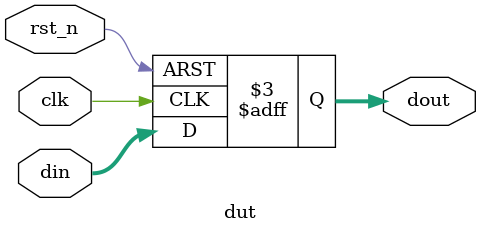
<source format=sv>

module dut (
  output logic [15:0] dout,
  input        [15:0] din,
  input               clk, rst_n);

  always_ff @(posedge clk, negedge rst_n)
    if   (!rst_n) dout <= '0;
    else          dout <= din;
endmodule

</source>
